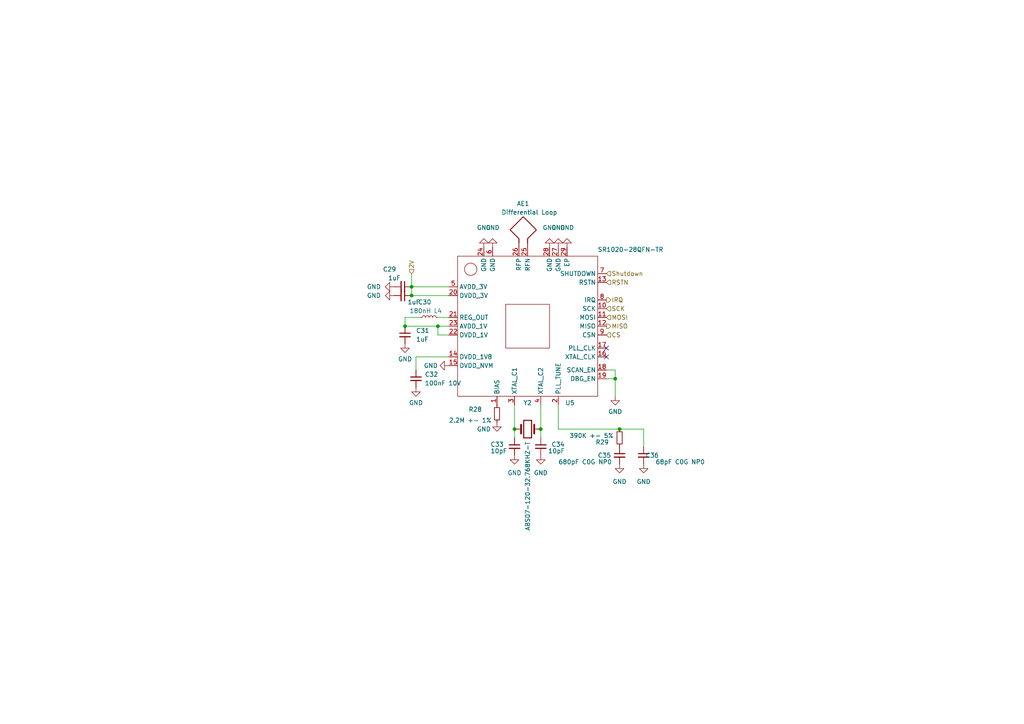
<source format=kicad_sch>
(kicad_sch (version 20211123) (generator eeschema)
  (paper "A4")
  (lib_symbols
    (symbol "Device:Antenna_Loop" (pin_numbers hide) (pin_names (offset 1.016) hide)
      (property "Reference" "AE" (at 1.27 6.35 0))
      (property "Value" "Antenna_Loop" (at 1.27 5.08 0))
      (symbol "Antenna_Loop_0_1"
        (polyline (pts (xy 2.54 -3.81) (xy 2.54 -2.54) (xy 5.08 0) (xy 1.27 3.81) (xy -2.54 0) (xy 0 -2.54) (xy 0 -3.81)) (stroke (width 0.254)))
      )
      (symbol "Antenna_Loop_1_1"
        (pin input line (at 0 -5.08 90) (length 2.54) (name "~") (number "1"))
        (pin input line (at 2.54 -5.08 90) (length 2.54) (name "~") (number "2"))
      )
    )
    (symbol "Device:C_Small" (pin_numbers hide) (pin_names (offset 0.254) hide)
      (property "Reference" "C" (at 0.254 1.778 0))
      (property "Value" "C_Small" (at 0.254 -2.032 0))
      (symbol "C_Small_0_1"
        (polyline (pts (xy -1.524 -0.508) (xy 1.524 -0.508)) (stroke (width 0.3302)))
        (polyline (pts (xy -1.524 0.508) (xy 1.524 0.508)) (stroke (width 0.3048)))
      )
      (symbol "C_Small_1_1"
        (pin passive line (at 0 2.54 270) (length 2.032) (name "~") (number "1"))
        (pin passive line (at 0 -2.54 90) (length 2.032) (name "~") (number "2"))
      )
    )
    (symbol "Device:Crystal" (pin_numbers hide) (pin_names (offset 1.016) hide)
      (property "Reference" "Y" (at 0 3.81 0))
      (property "Value" "Crystal" (at 0 -3.81 0))
      (symbol "Crystal_0_1"
        (rectangle (start -1.143 2.54) (end 1.143 -2.54) (stroke (width 0.3048)))
        (polyline (pts (xy -2.54 0) (xy -1.905 0)))
        (polyline (pts (xy -1.905 -1.27) (xy -1.905 1.27)) (stroke (width 0.508)))
        (polyline (pts (xy 1.905 -1.27) (xy 1.905 1.27)) (stroke (width 0.508)))
        (polyline (pts (xy 2.54 0) (xy 1.905 0)))
      )
      (symbol "Crystal_1_1"
        (pin passive line (at -3.81 0 0) (length 1.27) (name "1") (number "1"))
        (pin passive line (at 3.81 0 180) (length 1.27) (name "2") (number "2"))
      )
    )
    (symbol "Device:L_Small" (pin_numbers hide) (pin_names (offset 0.254) hide)
      (property "Reference" "L" (at 0.762 1.016 0))
      (property "Value" "L_Small" (at 0.762 -1.016 0))
      (symbol "L_Small_0_1"
        (arc (start 0 -2.032) (mid 0.508 -1.524) (end 0 -1.016))
        (arc (start 0 -1.016) (mid 0.508 -0.508) (end 0 0))
        (arc (start 0 0) (mid 0.508 0.508) (end 0 1.016))
        (arc (start 0 1.016) (mid 0.508 1.524) (end 0 2.032))
      )
      (symbol "L_Small_1_1"
        (pin passive line (at 0 2.54 270) (length 0.508) (name "~") (number "1"))
        (pin passive line (at 0 -2.54 90) (length 0.508) (name "~") (number "2"))
      )
    )
    (symbol "Device:R_Small" (pin_numbers hide) (pin_names (offset 0.254) hide)
      (property "Reference" "R" (at 0.762 0.508 0))
      (property "Value" "R_Small" (at 0.762 -1.016 0))
      (symbol "R_Small_0_1"
        (rectangle (start -0.762 1.778) (end 0.762 -1.778) (stroke (width 0.2032)))
      )
      (symbol "R_Small_1_1"
        (pin passive line (at 0 2.54 270) (length 0.762) (name "~") (number "1"))
        (pin passive line (at 0 -2.54 90) (length 0.762) (name "~") (number "2"))
      )
    )
    (symbol "SR1020:SR1010"
      (property "Reference" "U701" (at 25.4 27.94 0))
      (property "Value" "SR1010" (at 25.4 25.4 0))
      (symbol "SR1010_0_1"
        (rectangle (start -20.32 20.32) (end 20.32 -20.32))
        (circle (center -16.51 16.51) (radius 1.7961))
        (rectangle (start -6.35 6.35) (end 6.35 -6.35))
      )
      (symbol "SR1010_1_1"
        (pin bidirectional line (at -8.89 -22.86 90) (length 2.54) (name "BIAS") (number "1"))
        (pin input line (at 22.86 5.08 180) (length 2.54) (name "SCK") (number "10"))
        (pin input line (at 22.86 2.54 180) (length 2.54) (name "MOSI") (number "11"))
        (pin output line (at 22.86 0 180) (length 2.54) (name "MISO") (number "12"))
        (pin input line (at 22.86 12.7 180) (length 2.54) (name "RSTN") (number "13"))
        (pin power_out line (at -22.86 -8.89 0) (length 2.54) (name "DVDD_1V8") (number "14"))
        (pin power_in line (at -22.86 -11.43 0) (length 2.54) (name "DVDD_NVM") (number "15"))
        (pin bidirectional line (at 22.86 -8.89 180) (length 2.54) (name "XTAL_CLK") (number "16"))
        (pin bidirectional line (at 22.86 -6.35 180) (length 2.54) (name "PLL_CLK") (number "17"))
        (pin input line (at 22.86 -12.7 180) (length 2.54) (name "SCAN_EN") (number "18"))
        (pin input line (at 22.86 -15.24 180) (length 2.54) (name "DBG_EN") (number "19"))
        (pin bidirectional line (at 8.89 -22.86 90) (length 2.54) (name "PLL_TUNE") (number "2"))
        (pin power_in line (at -22.86 8.89 0) (length 2.54) (name "DVDD_3V") (number "20"))
        (pin power_out line (at -22.86 2.54 0) (length 2.54) (name "REG_OUT") (number "21"))
        (pin power_out line (at -22.86 -2.54 0) (length 2.54) (name "DVDD_1V") (number "22"))
        (pin power_in line (at -22.86 0 0) (length 2.54) (name "AVDD_1V") (number "23"))
        (pin power_in line (at -12.7 22.86 270) (length 2.54) (name "GND") (number "24"))
        (pin bidirectional line (at 0 22.86 270) (length 2.54) (name "RFN") (number "25"))
        (pin bidirectional line (at -2.54 22.86 270) (length 2.54) (name "RFP") (number "26"))
        (pin power_in line (at 8.89 22.86 270) (length 2.54) (name "GND") (number "27"))
        (pin power_in line (at 6.35 22.86 270) (length 2.54) (name "GND") (number "28"))
        (pin power_in line (at 11.43 22.86 270) (length 2.54) (name "EP") (number "29"))
        (pin input line (at -3.81 -22.86 90) (length 2.54) (name "XTAL_C1") (number "3"))
        (pin output line (at 3.81 -22.86 90) (length 2.54) (name "XTAL_C2") (number "4"))
        (pin power_in line (at -22.86 11.43 0) (length 2.54) (name "AVDD_3V") (number "5"))
        (pin power_in line (at -10.16 22.86 270) (length 2.54) (name "GND") (number "6"))
        (pin input line (at 22.86 15.24 180) (length 2.54) (name "SHUTDOWN") (number "7"))
        (pin output line (at 22.86 7.62 180) (length 2.54) (name "IRQ") (number "8"))
        (pin input line (at 22.86 -2.54 180) (length 2.54) (name "CSN") (number "9"))
      )
    )
    (symbol "power:GND" (power) (pin_names (offset 0))
      (property "Value" "GND" (at 0 -3.81 0))
      (symbol "GND_0_1"
        (polyline (pts (xy 0 0) (xy 0 -1.27) (xy 1.27 -1.27) (xy 0 -2.54) (xy -1.27 -1.27) (xy 0 -1.27)))
      )
      (symbol "GND_1_1"
        (pin power_in line (at 0 0 270) (length 0) hide (name "GND") (number "1"))
      )
    )
  )
  (junction (at 127 94.615))
  (junction (at 119.38 85.725))
  (junction (at 149.225 124.46))
  (junction (at 119.38 83.185))
  (junction (at 178.435 109.855))
  (junction (at 156.845 124.46))
  (junction (at 117.475 94.615))
  (junction (at 179.705 124.46))
  (no_connect (at 175.895 103.505))
  (no_connect (at 175.895 100.965))
  (wire (pts (xy 127 97.155) (xy 130.175 97.155)))
  (wire (pts (xy 117.475 94.615) (xy 127 94.615)))
  (wire (pts (xy 120.65 103.505) (xy 120.65 107.315)))
  (wire (pts (xy 161.925 124.46) (xy 179.705 124.46)))
  (wire (pts (xy 156.845 124.46) (xy 156.845 127)))
  (wire (pts (xy 121.92 92.075) (xy 117.475 92.075)))
  (wire (pts (xy 175.895 107.315) (xy 178.435 107.315)))
  (wire (pts (xy 127 92.075) (xy 130.175 92.075)))
  (wire (pts (xy 127 94.615) (xy 127 97.155)))
  (wire (pts (xy 186.69 124.46) (xy 186.69 129.54)))
  (wire (pts (xy 149.225 117.475) (xy 149.225 124.46)))
  (wire (pts (xy 117.475 92.075) (xy 117.475 94.615)))
  (wire (pts (xy 119.38 85.725) (xy 130.175 85.725)))
  (wire (pts (xy 119.38 79.375) (xy 119.38 83.185)))
  (wire (pts (xy 130.175 94.615) (xy 127 94.615)))
  (wire (pts (xy 161.925 117.475) (xy 161.925 124.46)))
  (wire (pts (xy 156.845 117.475) (xy 156.845 124.46)))
  (wire (pts (xy 149.225 124.46) (xy 149.225 127)))
  (wire (pts (xy 119.38 83.185) (xy 119.38 85.725)))
  (wire (pts (xy 175.895 109.855) (xy 178.435 109.855)))
  (wire (pts (xy 178.435 109.855) (xy 178.435 114.935)))
  (wire (pts (xy 179.705 124.46) (xy 186.69 124.46)))
  (wire (pts (xy 178.435 107.315) (xy 178.435 109.855)))
  (wire (pts (xy 130.175 103.505) (xy 120.65 103.505)))
  (wire (pts (xy 130.175 83.185) (xy 119.38 83.185)))
  (hierarchical_label "RSTN" (shape input) (at 175.895 81.915 0))
  (hierarchical_label "Shutdown" (shape input) (at 175.895 79.375 0))
  (hierarchical_label "CS" (shape input) (at 175.895 97.155 0))
  (hierarchical_label "IRQ" (shape output) (at 175.895 86.995 0))
  (hierarchical_label "MISO" (shape output) (at 175.895 94.615 0))
  (hierarchical_label "SCK" (shape input) (at 175.895 89.535 0))
  (hierarchical_label "MOSI" (shape input) (at 175.895 92.075 0))
  (hierarchical_label "2V" (shape input) (at 119.38 79.375 90))
  (symbol (lib_id "power:GND") (at 164.465 71.755 180) (unit 1)
    (property "Reference" "#PWR077" (effects hide))
    (property "Value" "GND" (at 164.465 66.04 0))
  )
  (symbol (lib_id "power:GND") (at 114.3 85.725 270) (unit 1)
    (property "Reference" "#PWR066" (effects hide))
    (property "Value" "GND" (at 110.49 85.7249 90) (effects (justify right)))
  )
  (symbol (lib_id "Device:R_Small") (at 179.705 127 0) (unit 1)
    (property "Reference" "R29" (at 172.72 128.27 0) (effects (justify left)))
    (property "Value" "390K +- 5%" (at 165.1 126.365 0) (effects (justify left)))
    (property "Footprint" "Resistor_SMD:R_0603_1608Metric" (effects hide))
    (property "DIGIKEY" "RMCF0603JT390K" (effects hide))
  )
  (symbol (lib_id "power:GND") (at 130.175 106.045 270) (unit 1)
    (property "Reference" "#PWR069" (effects hide))
    (property "Value" "GND" (at 127 106.0449 90) (effects (justify right)))
  )
  (symbol (lib_id "power:GND") (at 178.435 114.935 0) (unit 1)
    (property "Reference" "#PWR078" (effects hide))
    (property "Value" "GND" (at 178.435 119.38 0))
  )
  (symbol (lib_id "power:GND") (at 159.385 71.755 180) (unit 1)
    (property "Reference" "#PWR075" (effects hide))
    (property "Value" "GND" (at 159.385 66.04 0))
  )
  (symbol (lib_id "power:GND") (at 142.875 71.755 180) (unit 1)
    (property "Reference" "#PWR071" (effects hide))
    (property "Value" "GND" (at 142.875 66.04 0))
  )
  (symbol (lib_id "Device:C_Small") (at 116.84 85.725 270) (unit 1)
    (property "Reference" "C30" (at 123.19 87.63 90))
    (property "Value" "1uF" (at 120.015 87.63 90))
    (property "Footprint" "Capacitor_SMD:C_0603_1608Metric" (effects hide))
    (property "DIGIKEY" "CL10A105KA8NNNC" (effects hide))
  )
  (symbol (lib_id "Device:C_Small") (at 149.225 129.54 0) (unit 1)
    (property "Reference" "C33" (at 142.24 128.905 0) (effects (justify left)))
    (property "Value" "10pF" (at 142.24 130.81 0) (effects (justify left)))
    (property "Footprint" "Capacitor_SMD:C_0603_1608Metric" (effects hide))
    (property "DIGIKEY" "06035A100JAT2A" (effects hide))
  )
  (symbol (lib_id "power:GND") (at 140.335 71.755 180) (unit 1)
    (property "Reference" "#PWR070" (effects hide))
    (property "Value" "GND" (at 140.335 66.04 0))
  )
  (symbol (lib_id "power:GND") (at 179.705 134.62 0) (unit 1)
    (property "Reference" "#PWR079" (effects hide))
    (property "Value" "GND" (at 179.705 139.7 0))
  )
  (symbol (lib_id "Device:C_Small") (at 116.84 83.185 270) (unit 1)
    (property "Reference" "C29" (at 114.935 78.105 90) (effects (justify right)))
    (property "Value" "1uF" (at 116.205 80.645 90) (effects (justify right)))
    (property "Footprint" "Capacitor_SMD:C_0603_1608Metric" (effects hide))
    (property "DIGIKEY" "CL10A105KA8NNNC" (effects hide))
  )
  (symbol (lib_id "Device:C_Small") (at 179.705 132.08 0) (unit 1)
    (property "Reference" "C35" (at 173.355 132.08 0) (effects (justify left)))
    (property "Value" "680pF C0G NP0" (at 161.925 133.985 0) (effects (justify left)))
    (property "Footprint" "Capacitor_SMD:C_0603_1608Metric" (effects hide))
    (property "DIGIKEY" "0603N681J500CT" (effects hide))
  )
  (symbol (lib_id "Device:C_Small") (at 117.475 97.155 0) (unit 1)
    (property "Reference" "C31" (at 120.65 95.8912 0) (effects (justify left)))
    (property "Value" "1uF" (at 120.65 98.4312 0) (effects (justify left)))
    (property "Footprint" "Capacitor_SMD:C_0603_1608Metric" (effects hide))
    (property "DIGIKEY" "CL10A105KA8NNNC" (effects hide))
  )
  (symbol (lib_id "Device:C_Small") (at 156.845 129.54 0) (mirror y) (unit 1)
    (property "Reference" "C34" (at 163.83 128.905 0) (effects (justify left)))
    (property "Value" "10pF" (at 163.83 130.81 0) (effects (justify left)))
    (property "Footprint" "Capacitor_SMD:C_0603_1608Metric" (effects hide))
    (property "DIGIKEY" "06035A100JAT2A" (effects hide))
  )
  (symbol (lib_id "power:GND") (at 144.145 122.555 0) (unit 1)
    (property "Reference" "#PWR072" (effects hide))
    (property "Value" "GND" (at 140.335 124.46 0))
  )
  (symbol (lib_id "power:GND") (at 156.845 132.08 0) (unit 1)
    (property "Reference" "#PWR074" (effects hide))
    (property "Value" "GND" (at 156.845 137.16 0))
  )
  (symbol (lib_id "Device:C_Small") (at 186.69 132.08 0) (mirror y) (unit 1)
    (property "Reference" "C36" (at 191.135 132.08 0) (effects (justify left)))
    (property "Value" "68pF C0G NP0" (at 204.47 133.985 0) (effects (justify left)))
    (property "Footprint" "Capacitor_SMD:C_0603_1608Metric" (effects hide))
    (property "DIGIKEY" "CL10C680JB8NNNC" (effects hide))
  )
  (symbol (lib_id "power:GND") (at 149.225 132.08 0) (unit 1)
    (property "Reference" "#PWR073" (effects hide))
    (property "Value" "GND" (at 149.225 137.16 0))
  )
  (symbol (lib_id "power:GND") (at 161.925 71.755 180) (unit 1)
    (property "Reference" "#PWR076" (effects hide))
    (property "Value" "GND" (at 161.925 66.04 0))
  )
  (symbol (lib_id "Device:C_Small") (at 120.65 109.855 0) (unit 1)
    (property "Reference" "C32" (at 123.19 108.5912 0) (effects (justify left)))
    (property "Value" "100nF 10V" (at 123.19 111.1312 0) (effects (justify left)))
    (property "Footprint" "Capacitor_SMD:C_0603_1608Metric" (effects hide))
    (property "DIGIKEY" "CL10B104KB8NNWC" (effects hide))
  )
  (symbol (lib_id "Device:Crystal") (at 153.035 124.46 0) (unit 1)
    (property "Reference" "Y2" (at 153.035 116.84 0))
    (property "Value" "ABS07-120-32.768KHZ-T" (at 153.035 140.97 90))
    (property "Footprint" "Crystal:Crystal_SMD_3215-2Pin_3.2x1.5mm" (effects hide))
    (property "DIGIKEY" "ABS07-120-32.768KHZ-T" (effects hide))
  )
  (symbol (lib_id "SR1020:SR1010") (at 153.035 94.615 0) (unit 1)
    (property "Reference" "U5" (at 163.9444 116.84 0) (effects (justify left)))
    (property "Value" "SR1020-28QFN-TR" (at 173.355 72.39 0) (effects (justify left)))
    (property "Footprint" "Package_DFN_QFN:QFN-28-1EP_4x4mm_P0.4mm_EP2.6x2.6mm" (effects hide))
    (property "Datasheet" "https://www.sparkmicro.com/wp-content/uploads/2021/11/datasheet_SR1010_V1.02-1.pdf" (effects hide))
    (property "DIGIKEY" "SR1020-28QFN-TR" (effects hide))
  )
  (symbol (lib_id "Device:Antenna_Loop") (at 150.495 66.675 0) (unit 1)
    (property "Reference" "AE1" (at 149.86 59.055 0) (effects (justify left)))
    (property "Value" "Differential Loop" (at 145.415 61.595 0) (effects (justify left)))
    (property "Footprint" "Antenna:SR1020 Antenna Vivaldi" (effects hide))
  )
  (symbol (lib_id "power:GND") (at 114.3 83.185 270) (unit 1)
    (property "Reference" "#PWR065" (effects hide))
    (property "Value" "GND" (at 110.49 83.1849 90) (effects (justify right)))
  )
  (symbol (lib_id "Device:L_Small") (at 124.46 92.075 90) (unit 1)
    (property "Reference" "L4" (at 127 90.17 90))
    (property "Value" "180nH" (at 121.92 90.17 90))
    (property "Footprint" "Inductor_SMD:L_0603_1608Metric" (effects hide))
    (property "DIGIKEY" "MLJ1608WR18JT000" (effects hide))
  )
  (symbol (lib_id "power:GND") (at 186.69 134.62 0) (unit 1)
    (property "Reference" "#PWR080" (effects hide))
    (property "Value" "GND" (at 186.69 139.7 0))
  )
  (symbol (lib_id "power:GND") (at 117.475 99.695 0) (unit 1)
    (property "Reference" "#PWR067" (effects hide))
    (property "Value" "GND" (at 117.475 104.14 0))
  )
  (symbol (lib_id "power:GND") (at 120.65 112.395 0) (unit 1)
    (property "Reference" "#PWR068" (effects hide))
    (property "Value" "GND" (at 120.65 116.84 0))
  )
  (symbol (lib_id "Device:R_Small") (at 144.145 120.015 0) (unit 1)
    (property "Reference" "R28" (at 135.89 118.745 0) (effects (justify left)))
    (property "Value" "2.2M +- 1%" (at 130.175 121.92 0) (effects (justify left)))
    (property "Footprint" "Resistor_SMD:R_0603_1608Metric" (effects hide))
    (property "DIGIKEY" "RC0603FR-072M2L" (effects hide))
  )
)
</source>
